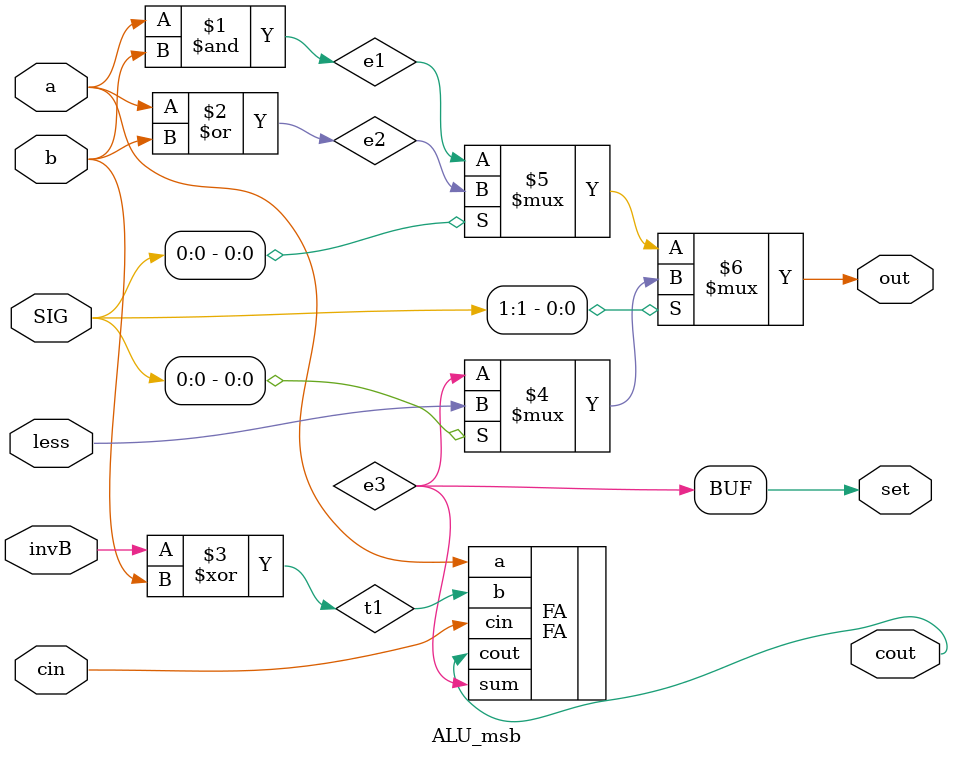
<source format=v>
`timescale 1ns/1ns
module ALU_msb( a, b, SIG, cin, invB, less, cout, out, set );
input a, b, cin, invB, less;
input [1:0] SIG;
output cout, out, set;

wire e1, e2, e3, t1;

and ( e1, a, b );

or ( e2, a, b );

xor ( t1, invB, b );
FA FA( .a(a), .b(t1), .cin(cin), .cout(cout), .sum(e3) );
assign set = e3 ;

assign out = SIG[1] ? ( SIG[0] ? less : e3 ) : ( SIG[0] ? e2 : e1 );

endmodule
</source>
